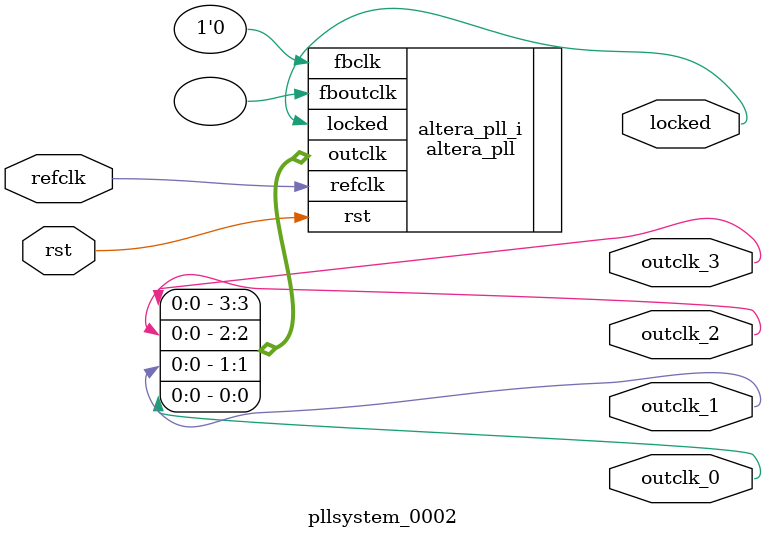
<source format=v>
`timescale 1ns/10ps
module  pllsystem_0002(

	// interface 'refclk'
	input wire refclk,

	// interface 'reset'
	input wire rst,

	// interface 'outclk0'
	output wire outclk_0,

	// interface 'outclk1'
	output wire outclk_1,

	// interface 'outclk2'
	output wire outclk_2,

	// interface 'outclk3'
	output wire outclk_3,

	// interface 'locked'
	output wire locked
);

	altera_pll #(
		.fractional_vco_multiplier("false"),
		.reference_clock_frequency("50.0 MHz"),
		.operation_mode("normal"),
		.number_of_clocks(4),
		.output_clock_frequency0("10.000000 MHz"),
		.phase_shift0("0 ps"),
		.duty_cycle0(50),
		.output_clock_frequency1("10.000000 MHz"),
		.phase_shift1("25000 ps"),
		.duty_cycle1(50),
		.output_clock_frequency2("5.000000 MHz"),
		.phase_shift2("0 ps"),
		.duty_cycle2(50),
		.output_clock_frequency3("5.000000 MHz"),
		.phase_shift3("50000 ps"),
		.duty_cycle3(50),
		.output_clock_frequency4("0 MHz"),
		.phase_shift4("0 ps"),
		.duty_cycle4(50),
		.output_clock_frequency5("0 MHz"),
		.phase_shift5("0 ps"),
		.duty_cycle5(50),
		.output_clock_frequency6("0 MHz"),
		.phase_shift6("0 ps"),
		.duty_cycle6(50),
		.output_clock_frequency7("0 MHz"),
		.phase_shift7("0 ps"),
		.duty_cycle7(50),
		.output_clock_frequency8("0 MHz"),
		.phase_shift8("0 ps"),
		.duty_cycle8(50),
		.output_clock_frequency9("0 MHz"),
		.phase_shift9("0 ps"),
		.duty_cycle9(50),
		.output_clock_frequency10("0 MHz"),
		.phase_shift10("0 ps"),
		.duty_cycle10(50),
		.output_clock_frequency11("0 MHz"),
		.phase_shift11("0 ps"),
		.duty_cycle11(50),
		.output_clock_frequency12("0 MHz"),
		.phase_shift12("0 ps"),
		.duty_cycle12(50),
		.output_clock_frequency13("0 MHz"),
		.phase_shift13("0 ps"),
		.duty_cycle13(50),
		.output_clock_frequency14("0 MHz"),
		.phase_shift14("0 ps"),
		.duty_cycle14(50),
		.output_clock_frequency15("0 MHz"),
		.phase_shift15("0 ps"),
		.duty_cycle15(50),
		.output_clock_frequency16("0 MHz"),
		.phase_shift16("0 ps"),
		.duty_cycle16(50),
		.output_clock_frequency17("0 MHz"),
		.phase_shift17("0 ps"),
		.duty_cycle17(50),
		.pll_type("General"),
		.pll_subtype("General")
	) altera_pll_i (
		.rst	(rst),
		.outclk	({outclk_3, outclk_2, outclk_1, outclk_0}),
		.locked	(locked),
		.fboutclk	( ),
		.fbclk	(1'b0),
		.refclk	(refclk)
	);
endmodule


</source>
